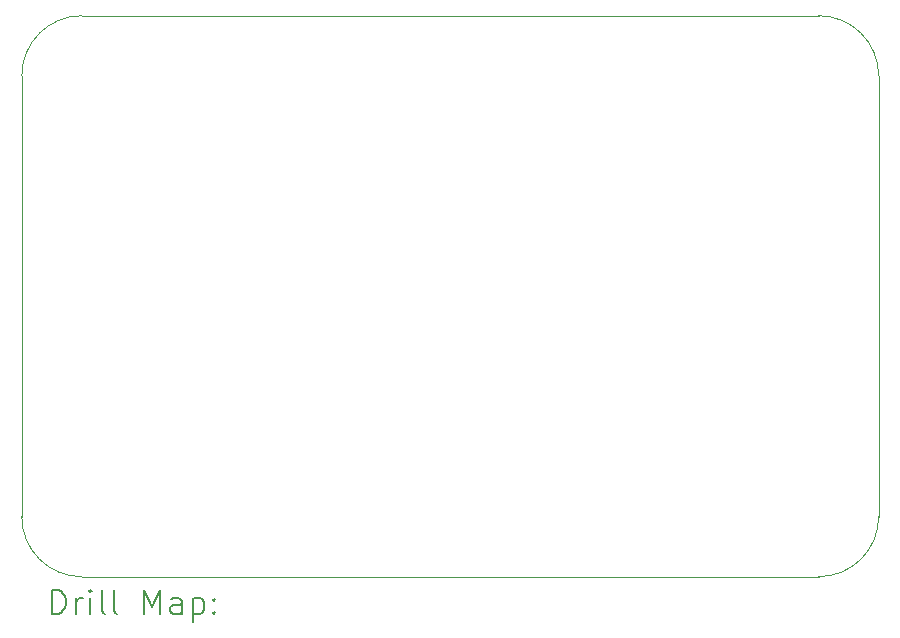
<source format=gbr>
%TF.GenerationSoftware,KiCad,Pcbnew,7.0.5*%
%TF.CreationDate,2024-02-12T19:58:55-06:00*%
%TF.ProjectId,ATTinyBreakOut_DFRobot_Amp,41545469-6e79-4427-9265-616b4f75745f,rev?*%
%TF.SameCoordinates,Original*%
%TF.FileFunction,Drillmap*%
%TF.FilePolarity,Positive*%
%FSLAX45Y45*%
G04 Gerber Fmt 4.5, Leading zero omitted, Abs format (unit mm)*
G04 Created by KiCad (PCBNEW 7.0.5) date 2024-02-12 19:58:55*
%MOMM*%
%LPD*%
G01*
G04 APERTURE LIST*
%ADD10C,0.050000*%
%ADD11C,0.200000*%
G04 APERTURE END LIST*
D10*
X18075400Y-7366400D02*
G75*
G03*
X17567400Y-6858400I-508000J0D01*
G01*
X11328400Y-6858400D02*
X17567400Y-6858400D01*
X10820400Y-7366400D02*
X10820000Y-11100000D01*
X18075400Y-11100000D02*
X18075400Y-7366400D01*
X17567350Y-11608000D02*
G75*
G03*
X18075400Y-11100000I50J508000D01*
G01*
X11328400Y-6858400D02*
G75*
G03*
X10820400Y-7366400I0J-508000D01*
G01*
X11328000Y-11608050D02*
X17567350Y-11608000D01*
X10820000Y-11100000D02*
G75*
G03*
X11328000Y-11608050I508000J-50D01*
G01*
D11*
X11078277Y-11922034D02*
X11078277Y-11722034D01*
X11078277Y-11722034D02*
X11125896Y-11722034D01*
X11125896Y-11722034D02*
X11154467Y-11731558D01*
X11154467Y-11731558D02*
X11173515Y-11750605D01*
X11173515Y-11750605D02*
X11183039Y-11769653D01*
X11183039Y-11769653D02*
X11192562Y-11807748D01*
X11192562Y-11807748D02*
X11192562Y-11836319D01*
X11192562Y-11836319D02*
X11183039Y-11874415D01*
X11183039Y-11874415D02*
X11173515Y-11893462D01*
X11173515Y-11893462D02*
X11154467Y-11912510D01*
X11154467Y-11912510D02*
X11125896Y-11922034D01*
X11125896Y-11922034D02*
X11078277Y-11922034D01*
X11278277Y-11922034D02*
X11278277Y-11788700D01*
X11278277Y-11826796D02*
X11287801Y-11807748D01*
X11287801Y-11807748D02*
X11297324Y-11798224D01*
X11297324Y-11798224D02*
X11316372Y-11788700D01*
X11316372Y-11788700D02*
X11335420Y-11788700D01*
X11402086Y-11922034D02*
X11402086Y-11788700D01*
X11402086Y-11722034D02*
X11392562Y-11731558D01*
X11392562Y-11731558D02*
X11402086Y-11741081D01*
X11402086Y-11741081D02*
X11411610Y-11731558D01*
X11411610Y-11731558D02*
X11402086Y-11722034D01*
X11402086Y-11722034D02*
X11402086Y-11741081D01*
X11525896Y-11922034D02*
X11506848Y-11912510D01*
X11506848Y-11912510D02*
X11497324Y-11893462D01*
X11497324Y-11893462D02*
X11497324Y-11722034D01*
X11630658Y-11922034D02*
X11611610Y-11912510D01*
X11611610Y-11912510D02*
X11602086Y-11893462D01*
X11602086Y-11893462D02*
X11602086Y-11722034D01*
X11859229Y-11922034D02*
X11859229Y-11722034D01*
X11859229Y-11722034D02*
X11925896Y-11864891D01*
X11925896Y-11864891D02*
X11992562Y-11722034D01*
X11992562Y-11722034D02*
X11992562Y-11922034D01*
X12173515Y-11922034D02*
X12173515Y-11817272D01*
X12173515Y-11817272D02*
X12163991Y-11798224D01*
X12163991Y-11798224D02*
X12144943Y-11788700D01*
X12144943Y-11788700D02*
X12106848Y-11788700D01*
X12106848Y-11788700D02*
X12087801Y-11798224D01*
X12173515Y-11912510D02*
X12154467Y-11922034D01*
X12154467Y-11922034D02*
X12106848Y-11922034D01*
X12106848Y-11922034D02*
X12087801Y-11912510D01*
X12087801Y-11912510D02*
X12078277Y-11893462D01*
X12078277Y-11893462D02*
X12078277Y-11874415D01*
X12078277Y-11874415D02*
X12087801Y-11855367D01*
X12087801Y-11855367D02*
X12106848Y-11845843D01*
X12106848Y-11845843D02*
X12154467Y-11845843D01*
X12154467Y-11845843D02*
X12173515Y-11836319D01*
X12268753Y-11788700D02*
X12268753Y-11988700D01*
X12268753Y-11798224D02*
X12287801Y-11788700D01*
X12287801Y-11788700D02*
X12325896Y-11788700D01*
X12325896Y-11788700D02*
X12344943Y-11798224D01*
X12344943Y-11798224D02*
X12354467Y-11807748D01*
X12354467Y-11807748D02*
X12363991Y-11826796D01*
X12363991Y-11826796D02*
X12363991Y-11883938D01*
X12363991Y-11883938D02*
X12354467Y-11902986D01*
X12354467Y-11902986D02*
X12344943Y-11912510D01*
X12344943Y-11912510D02*
X12325896Y-11922034D01*
X12325896Y-11922034D02*
X12287801Y-11922034D01*
X12287801Y-11922034D02*
X12268753Y-11912510D01*
X12449705Y-11902986D02*
X12459229Y-11912510D01*
X12459229Y-11912510D02*
X12449705Y-11922034D01*
X12449705Y-11922034D02*
X12440182Y-11912510D01*
X12440182Y-11912510D02*
X12449705Y-11902986D01*
X12449705Y-11902986D02*
X12449705Y-11922034D01*
X12449705Y-11798224D02*
X12459229Y-11807748D01*
X12459229Y-11807748D02*
X12449705Y-11817272D01*
X12449705Y-11817272D02*
X12440182Y-11807748D01*
X12440182Y-11807748D02*
X12449705Y-11798224D01*
X12449705Y-11798224D02*
X12449705Y-11817272D01*
M02*

</source>
